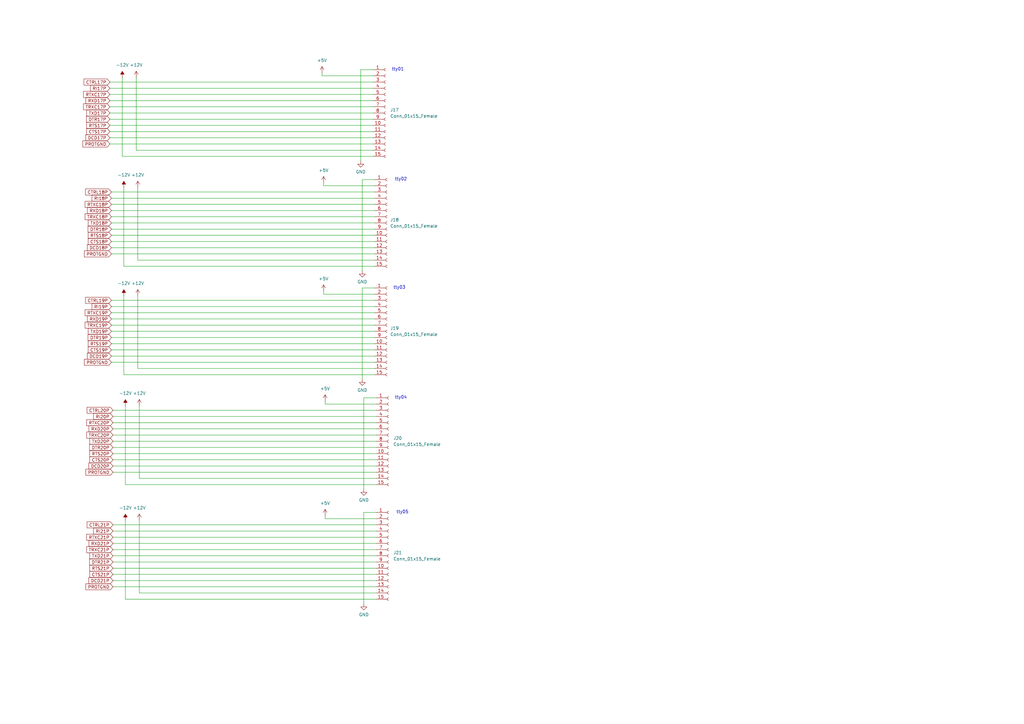
<source format=kicad_sch>
(kicad_sch (version 20211123) (generator eeschema)
  (paper "A3")
  (lib_symbols
    (symbol "Connector:Conn_01x15_Female" (pin_names (offset 1.016) hide)
      (property "Reference" "J" (at 0 20.32 0))
      (property "Value" "Conn_01x15_Female" (at 0 -20.32 0))
      (symbol "Conn_01x15_Female_1_1"
        (arc (start 0 -17.272) (mid -0.508 -17.78) (end 0 -18.288) (stroke (width 0.1524)))
        (arc (start 0 -14.732) (mid -0.508 -15.24) (end 0 -15.748) (stroke (width 0.1524)))
        (arc (start 0 -12.192) (mid -0.508 -12.7) (end 0 -13.208) (stroke (width 0.1524)))
        (arc (start 0 -9.652) (mid -0.508 -10.16) (end 0 -10.668) (stroke (width 0.1524)))
        (arc (start 0 -7.112) (mid -0.508 -7.62) (end 0 -8.128) (stroke (width 0.1524)))
        (arc (start 0 -4.572) (mid -0.508 -5.08) (end 0 -5.588) (stroke (width 0.1524)))
        (arc (start 0 -2.032) (mid -0.508 -2.54) (end 0 -3.048) (stroke (width 0.1524)))
        (polyline (pts (xy -1.27 -17.78) (xy -0.508 -17.78)) (stroke (width 0.1524)))
        (polyline (pts (xy -1.27 -15.24) (xy -0.508 -15.24)) (stroke (width 0.1524)))
        (polyline (pts (xy -1.27 -12.7) (xy -0.508 -12.7)) (stroke (width 0.1524)))
        (polyline (pts (xy -1.27 -10.16) (xy -0.508 -10.16)) (stroke (width 0.1524)))
        (polyline (pts (xy -1.27 -7.62) (xy -0.508 -7.62)) (stroke (width 0.1524)))
        (polyline (pts (xy -1.27 -5.08) (xy -0.508 -5.08)) (stroke (width 0.1524)))
        (polyline (pts (xy -1.27 -2.54) (xy -0.508 -2.54)) (stroke (width 0.1524)))
        (polyline (pts (xy -1.27 0) (xy -0.508 0)) (stroke (width 0.1524)))
        (polyline (pts (xy -1.27 2.54) (xy -0.508 2.54)) (stroke (width 0.1524)))
        (polyline (pts (xy -1.27 5.08) (xy -0.508 5.08)) (stroke (width 0.1524)))
        (polyline (pts (xy -1.27 7.62) (xy -0.508 7.62)) (stroke (width 0.1524)))
        (polyline (pts (xy -1.27 10.16) (xy -0.508 10.16)) (stroke (width 0.1524)))
        (polyline (pts (xy -1.27 12.7) (xy -0.508 12.7)) (stroke (width 0.1524)))
        (polyline (pts (xy -1.27 15.24) (xy -0.508 15.24)) (stroke (width 0.1524)))
        (polyline (pts (xy -1.27 17.78) (xy -0.508 17.78)) (stroke (width 0.1524)))
        (arc (start 0 0.508) (mid -0.508 0) (end 0 -0.508) (stroke (width 0.1524)))
        (arc (start 0 3.048) (mid -0.508 2.54) (end 0 2.032) (stroke (width 0.1524)))
        (arc (start 0 5.588) (mid -0.508 5.08) (end 0 4.572) (stroke (width 0.1524)))
        (arc (start 0 8.128) (mid -0.508 7.62) (end 0 7.112) (stroke (width 0.1524)))
        (arc (start 0 10.668) (mid -0.508 10.16) (end 0 9.652) (stroke (width 0.1524)))
        (arc (start 0 13.208) (mid -0.508 12.7) (end 0 12.192) (stroke (width 0.1524)))
        (arc (start 0 15.748) (mid -0.508 15.24) (end 0 14.732) (stroke (width 0.1524)))
        (arc (start 0 18.288) (mid -0.508 17.78) (end 0 17.272) (stroke (width 0.1524)))
        (pin passive line (at -5.08 17.78 0) (length 3.81) (name "Pin_1") (number "1"))
        (pin passive line (at -5.08 -5.08 0) (length 3.81) (name "Pin_10") (number "10"))
        (pin passive line (at -5.08 -7.62 0) (length 3.81) (name "Pin_11") (number "11"))
        (pin passive line (at -5.08 -10.16 0) (length 3.81) (name "Pin_12") (number "12"))
        (pin passive line (at -5.08 -12.7 0) (length 3.81) (name "Pin_13") (number "13"))
        (pin passive line (at -5.08 -15.24 0) (length 3.81) (name "Pin_14") (number "14"))
        (pin passive line (at -5.08 -17.78 0) (length 3.81) (name "Pin_15") (number "15"))
        (pin passive line (at -5.08 15.24 0) (length 3.81) (name "Pin_2") (number "2"))
        (pin passive line (at -5.08 12.7 0) (length 3.81) (name "Pin_3") (number "3"))
        (pin passive line (at -5.08 10.16 0) (length 3.81) (name "Pin_4") (number "4"))
        (pin passive line (at -5.08 7.62 0) (length 3.81) (name "Pin_5") (number "5"))
        (pin passive line (at -5.08 5.08 0) (length 3.81) (name "Pin_6") (number "6"))
        (pin passive line (at -5.08 2.54 0) (length 3.81) (name "Pin_7") (number "7"))
        (pin passive line (at -5.08 0 0) (length 3.81) (name "Pin_8") (number "8"))
        (pin passive line (at -5.08 -2.54 0) (length 3.81) (name "Pin_9") (number "9"))
      )
    )
    (symbol "power:+12V" (power) (pin_names (offset 0))
      (property "Value" "+12V" (at 0 3.556 0))
      (symbol "+12V_0_1"
        (polyline (pts (xy -0.762 1.27) (xy 0 2.54)))
        (polyline (pts (xy 0 0) (xy 0 2.54)))
        (polyline (pts (xy 0 2.54) (xy 0.762 1.27)))
      )
      (symbol "+12V_1_1"
        (pin power_in line (at 0 0 90) (length 0) hide (name "+12V") (number "1"))
      )
    )
    (symbol "power:+5V" (power) (pin_names (offset 0))
      (property "Value" "+5V" (at 0 3.556 0))
      (symbol "+5V_0_1"
        (polyline (pts (xy -0.762 1.27) (xy 0 2.54)))
        (polyline (pts (xy 0 0) (xy 0 2.54)))
        (polyline (pts (xy 0 2.54) (xy 0.762 1.27)))
      )
      (symbol "+5V_1_1"
        (pin power_in line (at 0 0 90) (length 0) hide (name "+5V") (number "1"))
      )
    )
    (symbol "power:-12V" (power) (pin_names (offset 0))
      (property "Value" "-12V" (at 0 3.81 0))
      (symbol "-12V_0_0"
        (pin power_in line (at 0 0 90) (length 0) hide (name "-12V") (number "1"))
      )
      (symbol "-12V_0_1"
        (polyline (pts (xy 0 0) (xy 0 1.27) (xy 0.762 1.27) (xy 0 2.54) (xy -0.762 1.27) (xy 0 1.27)) (fill (type outline)))
      )
    )
    (symbol "power:GND" (power) (pin_names (offset 0))
      (property "Value" "GND" (at 0 -3.81 0))
      (symbol "GND_0_1"
        (polyline (pts (xy 0 0) (xy 0 -1.27) (xy 1.27 -1.27) (xy 0 -2.54) (xy -1.27 -1.27) (xy 0 -1.27)))
      )
      (symbol "GND_1_1"
        (pin power_in line (at 0 0 270) (length 0) hide (name "GND") (number "1"))
      )
    )
  )
  (wire (pts (xy 154.305 163.195) (xy 149.225 163.195)))
  (wire (pts (xy 132.715 74.93) (xy 132.715 76.2)))
  (wire (pts (xy 45.085 53.975) (xy 153.035 53.975)))
  (wire (pts (xy 50.8 109.22) (xy 153.67 109.22)))
  (wire (pts (xy 55.88 31.75) (xy 55.88 61.595)))
  (wire (pts (xy 149.225 210.185) (xy 149.225 247.65)))
  (wire (pts (xy 148.59 73.66) (xy 148.59 111.125)))
  (wire (pts (xy 46.355 217.805) (xy 154.305 217.805)))
  (wire (pts (xy 46.355 173.355) (xy 154.305 173.355)))
  (wire (pts (xy 147.955 28.575) (xy 147.955 66.04)))
  (wire (pts (xy 51.435 166.37) (xy 51.435 198.755)))
  (wire (pts (xy 46.355 180.975) (xy 154.305 180.975)))
  (wire (pts (xy 46.355 225.425) (xy 154.305 225.425)))
  (wire (pts (xy 57.15 213.36) (xy 57.15 243.205)))
  (wire (pts (xy 45.72 88.9) (xy 153.67 88.9)))
  (wire (pts (xy 45.085 41.275) (xy 153.035 41.275)))
  (wire (pts (xy 45.085 36.195) (xy 153.035 36.195)))
  (wire (pts (xy 45.72 104.14) (xy 153.67 104.14)))
  (wire (pts (xy 45.72 130.81) (xy 153.67 130.81)))
  (wire (pts (xy 45.72 140.97) (xy 153.67 140.97)))
  (wire (pts (xy 45.72 86.36) (xy 153.67 86.36)))
  (wire (pts (xy 46.355 178.435) (xy 154.305 178.435)))
  (wire (pts (xy 50.8 121.285) (xy 50.8 153.67)))
  (wire (pts (xy 153.035 28.575) (xy 147.955 28.575)))
  (wire (pts (xy 133.35 165.735) (xy 154.305 165.735)))
  (wire (pts (xy 45.72 133.35) (xy 153.67 133.35)))
  (wire (pts (xy 45.72 83.82) (xy 153.67 83.82)))
  (wire (pts (xy 45.72 91.44) (xy 153.67 91.44)))
  (wire (pts (xy 45.085 59.055) (xy 153.035 59.055)))
  (wire (pts (xy 46.355 227.965) (xy 154.305 227.965)))
  (wire (pts (xy 149.225 210.185) (xy 154.305 210.185)))
  (wire (pts (xy 57.15 196.215) (xy 154.305 196.215)))
  (wire (pts (xy 132.715 120.65) (xy 153.67 120.65)))
  (wire (pts (xy 55.88 61.595) (xy 153.035 61.595)))
  (wire (pts (xy 45.085 33.655) (xy 153.035 33.655)))
  (wire (pts (xy 56.515 121.285) (xy 56.515 151.13)))
  (wire (pts (xy 45.085 48.895) (xy 153.035 48.895)))
  (wire (pts (xy 45.085 56.515) (xy 153.035 56.515)))
  (wire (pts (xy 50.165 31.75) (xy 50.165 64.135)))
  (wire (pts (xy 51.435 198.755) (xy 154.305 198.755)))
  (wire (pts (xy 46.355 238.125) (xy 154.305 238.125)))
  (wire (pts (xy 133.35 211.455) (xy 133.35 212.725)))
  (wire (pts (xy 45.72 123.19) (xy 153.67 123.19)))
  (wire (pts (xy 46.355 240.665) (xy 154.305 240.665)))
  (wire (pts (xy 45.72 96.52) (xy 153.67 96.52)))
  (wire (pts (xy 133.35 164.465) (xy 133.35 165.735)))
  (wire (pts (xy 46.355 215.265) (xy 154.305 215.265)))
  (wire (pts (xy 46.355 193.675) (xy 154.305 193.675)))
  (wire (pts (xy 57.15 243.205) (xy 154.305 243.205)))
  (wire (pts (xy 45.72 125.73) (xy 153.67 125.73)))
  (wire (pts (xy 45.085 38.735) (xy 153.035 38.735)))
  (wire (pts (xy 153.67 118.11) (xy 148.59 118.11)))
  (wire (pts (xy 46.355 222.885) (xy 154.305 222.885)))
  (wire (pts (xy 132.08 31.115) (xy 153.035 31.115)))
  (wire (pts (xy 46.355 233.045) (xy 154.305 233.045)))
  (wire (pts (xy 45.72 93.98) (xy 153.67 93.98)))
  (wire (pts (xy 45.72 101.6) (xy 153.67 101.6)))
  (wire (pts (xy 45.72 143.51) (xy 153.67 143.51)))
  (wire (pts (xy 45.085 46.355) (xy 153.035 46.355)))
  (wire (pts (xy 132.715 119.38) (xy 132.715 120.65)))
  (wire (pts (xy 50.8 76.835) (xy 50.8 109.22)))
  (wire (pts (xy 46.355 235.585) (xy 154.305 235.585)))
  (wire (pts (xy 46.355 175.895) (xy 154.305 175.895)))
  (wire (pts (xy 46.355 170.815) (xy 154.305 170.815)))
  (wire (pts (xy 45.085 51.435) (xy 153.035 51.435)))
  (wire (pts (xy 149.225 163.195) (xy 149.225 200.66)))
  (wire (pts (xy 51.435 245.745) (xy 154.305 245.745)))
  (wire (pts (xy 132.715 76.2) (xy 153.67 76.2)))
  (wire (pts (xy 51.435 213.36) (xy 51.435 245.745)))
  (wire (pts (xy 46.355 220.345) (xy 154.305 220.345)))
  (wire (pts (xy 153.67 73.66) (xy 148.59 73.66)))
  (wire (pts (xy 46.355 186.055) (xy 154.305 186.055)))
  (wire (pts (xy 56.515 76.835) (xy 56.515 106.68)))
  (wire (pts (xy 133.35 212.725) (xy 154.305 212.725)))
  (wire (pts (xy 46.355 191.135) (xy 154.305 191.135)))
  (wire (pts (xy 46.355 168.275) (xy 154.305 168.275)))
  (wire (pts (xy 45.72 138.43) (xy 153.67 138.43)))
  (wire (pts (xy 45.72 135.89) (xy 153.67 135.89)))
  (wire (pts (xy 50.165 64.135) (xy 153.035 64.135)))
  (wire (pts (xy 45.72 99.06) (xy 153.67 99.06)))
  (wire (pts (xy 132.08 29.845) (xy 132.08 31.115)))
  (wire (pts (xy 45.72 128.27) (xy 153.67 128.27)))
  (wire (pts (xy 46.355 230.505) (xy 154.305 230.505)))
  (wire (pts (xy 57.15 166.37) (xy 57.15 196.215)))
  (wire (pts (xy 45.72 81.28) (xy 153.67 81.28)))
  (wire (pts (xy 50.8 153.67) (xy 153.67 153.67)))
  (wire (pts (xy 45.72 78.74) (xy 153.67 78.74)))
  (wire (pts (xy 56.515 106.68) (xy 153.67 106.68)))
  (wire (pts (xy 45.085 43.815) (xy 153.035 43.815)))
  (wire (pts (xy 46.355 183.515) (xy 154.305 183.515)))
  (wire (pts (xy 56.515 151.13) (xy 153.67 151.13)))
  (wire (pts (xy 45.72 148.59) (xy 153.67 148.59)))
  (wire (pts (xy 45.72 146.05) (xy 153.67 146.05)))
  (wire (pts (xy 148.59 118.11) (xy 148.59 155.575)))
  (wire (pts (xy 46.355 188.595) (xy 154.305 188.595)))
  (text "tty04" (at 161.925 163.83 0) (effects (font (size 1.27 1.27)) (justify left bottom)))
  (text "tty01" (at 160.655 29.21 0) (effects (font (size 1.27 1.27)) (justify left bottom)))
  (text "tty05" (at 162.56 210.82 0) (effects (font (size 1.27 1.27)) (justify left bottom)))
  (text "tty02\n" (at 161.925 74.295 0) (effects (font (size 1.27 1.27)) (justify left bottom)))
  (text "tty03\n" (at 161.29 118.745 0) (effects (font (size 1.27 1.27)) (justify left bottom)))
  (global_label "DCD17P" (shape input) (at 45.085 56.515 180) (property "Intersheet References" "${INTERSHEET_REFS}" (effects hide)))
  (global_label "RI21P" (shape input) (at 46.355 217.805 180) (property "Intersheet References" "${INTERSHEET_REFS}" (effects hide)))
  (global_label "RXD21P" (shape input) (at 46.355 222.885 180) (property "Intersheet References" "${INTERSHEET_REFS}" (effects hide)))
  (global_label "RI17P" (shape input) (at 45.085 36.195 180) (property "Intersheet References" "${INTERSHEET_REFS}" (effects hide)))
  (global_label "RTXC17P" (shape input) (at 45.085 38.735 180) (property "Intersheet References" "${INTERSHEET_REFS}" (effects hide)))
  (global_label "DTR21P" (shape input) (at 46.355 230.505 180) (property "Intersheet References" "${INTERSHEET_REFS}" (effects hide)))
  (global_label "RXD20P" (shape input) (at 46.355 175.895 180) (property "Intersheet References" "${INTERSHEET_REFS}" (effects hide)))
  (global_label "RXD18P" (shape input) (at 45.72 86.36 180) (property "Intersheet References" "${INTERSHEET_REFS}" (effects hide)))
  (global_label "DTR18P" (shape input) (at 45.72 93.98 180) (property "Intersheet References" "${INTERSHEET_REFS}" (effects hide)))
  (global_label "RI18P" (shape input) (at 45.72 81.28 180) (property "Intersheet References" "${INTERSHEET_REFS}" (effects hide)))
  (global_label "CTRL21P" (shape input) (at 46.355 215.265 180) (property "Intersheet References" "${INTERSHEET_REFS}" (effects hide)))
  (global_label "DCD20P" (shape input) (at 46.355 191.135 180) (property "Intersheet References" "${INTERSHEET_REFS}" (effects hide)))
  (global_label "RXD17P" (shape input) (at 45.085 41.275 180) (property "Intersheet References" "${INTERSHEET_REFS}" (effects hide)))
  (global_label "DTR17P" (shape input) (at 45.085 48.895 180) (property "Intersheet References" "${INTERSHEET_REFS}" (effects hide)))
  (global_label "RI20P" (shape input) (at 46.355 170.815 180) (property "Intersheet References" "${INTERSHEET_REFS}" (effects hide)))
  (global_label "PROTGND" (shape input) (at 45.72 148.59 180) (property "Intersheet References" "${INTERSHEET_REFS}" (effects hide)))
  (global_label "RTS21P" (shape input) (at 46.355 233.045 180) (property "Intersheet References" "${INTERSHEET_REFS}" (effects hide)))
  (global_label "PROTGND" (shape input) (at 46.355 193.675 180) (property "Intersheet References" "${INTERSHEET_REFS}" (effects hide)))
  (global_label "TXD17P" (shape input) (at 45.085 46.355 180) (property "Intersheet References" "${INTERSHEET_REFS}" (effects hide)))
  (global_label "TRXC19P" (shape input) (at 45.72 133.35 180) (property "Intersheet References" "${INTERSHEET_REFS}" (effects hide)))
  (global_label "PROTGND" (shape input) (at 45.085 59.055 180) (property "Intersheet References" "${INTERSHEET_REFS}" (effects hide)))
  (global_label "RTXC20P" (shape input) (at 46.355 173.355 180) (property "Intersheet References" "${INTERSHEET_REFS}" (effects hide)))
  (global_label "TXD20P" (shape input) (at 46.355 180.975 180) (property "Intersheet References" "${INTERSHEET_REFS}" (effects hide)))
  (global_label "DCD19P" (shape input) (at 45.72 146.05 180) (property "Intersheet References" "${INTERSHEET_REFS}" (effects hide)))
  (global_label "CTRL20P" (shape input) (at 46.355 168.275 180) (property "Intersheet References" "${INTERSHEET_REFS}" (effects hide)))
  (global_label "RTXC18P" (shape input) (at 45.72 83.82 180) (property "Intersheet References" "${INTERSHEET_REFS}" (effects hide)))
  (global_label "TXD21P" (shape input) (at 46.355 227.965 180) (property "Intersheet References" "${INTERSHEET_REFS}" (effects hide)))
  (global_label "CTRL19P" (shape input) (at 45.72 123.19 180) (property "Intersheet References" "${INTERSHEET_REFS}" (effects hide)))
  (global_label "TRXC20P" (shape input) (at 46.355 178.435 180) (property "Intersheet References" "${INTERSHEET_REFS}" (effects hide)))
  (global_label "RTS18P" (shape input) (at 45.72 96.52 180) (property "Intersheet References" "${INTERSHEET_REFS}" (effects hide)))
  (global_label "RI19P" (shape input) (at 45.72 125.73 180) (property "Intersheet References" "${INTERSHEET_REFS}" (effects hide)))
  (global_label "DCD18P" (shape input) (at 45.72 101.6 180) (property "Intersheet References" "${INTERSHEET_REFS}" (effects hide)))
  (global_label "CTS19P" (shape input) (at 45.72 143.51 180) (property "Intersheet References" "${INTERSHEET_REFS}" (effects hide)))
  (global_label "RTS19P" (shape input) (at 45.72 140.97 180) (property "Intersheet References" "${INTERSHEET_REFS}" (effects hide)))
  (global_label "CTRL17P" (shape input) (at 45.085 33.655 180) (property "Intersheet References" "${INTERSHEET_REFS}" (effects hide)))
  (global_label "PROTGND" (shape input) (at 45.72 104.14 180) (property "Intersheet References" "${INTERSHEET_REFS}" (effects hide)))
  (global_label "RTXC19P" (shape input) (at 45.72 128.27 180) (property "Intersheet References" "${INTERSHEET_REFS}" (effects hide)))
  (global_label "RTS17P" (shape input) (at 45.085 51.435 180) (property "Intersheet References" "${INTERSHEET_REFS}" (effects hide)))
  (global_label "CTRL18P" (shape input) (at 45.72 78.74 180) (property "Intersheet References" "${INTERSHEET_REFS}" (effects hide)))
  (global_label "TRXC21P" (shape input) (at 46.355 225.425 180) (property "Intersheet References" "${INTERSHEET_REFS}" (effects hide)))
  (global_label "TXD18P" (shape input) (at 45.72 91.44 180) (property "Intersheet References" "${INTERSHEET_REFS}" (effects hide)))
  (global_label "CTS21P" (shape input) (at 46.355 235.585 180) (property "Intersheet References" "${INTERSHEET_REFS}" (effects hide)))
  (global_label "DCD21P" (shape input) (at 46.355 238.125 180) (property "Intersheet References" "${INTERSHEET_REFS}" (effects hide)))
  (global_label "RTXC21P" (shape input) (at 46.355 220.345 180) (property "Intersheet References" "${INTERSHEET_REFS}" (effects hide)))
  (global_label "RTS20P" (shape input) (at 46.355 186.055 180) (property "Intersheet References" "${INTERSHEET_REFS}" (effects hide)))
  (global_label "DTR20P" (shape input) (at 46.355 183.515 180) (property "Intersheet References" "${INTERSHEET_REFS}" (effects hide)))
  (global_label "CTS20P" (shape input) (at 46.355 188.595 180) (property "Intersheet References" "${INTERSHEET_REFS}" (effects hide)))
  (global_label "PROTGND" (shape input) (at 46.355 240.665 180) (property "Intersheet References" "${INTERSHEET_REFS}" (effects hide)))
  (global_label "CTS18P" (shape input) (at 45.72 99.06 180) (property "Intersheet References" "${INTERSHEET_REFS}" (effects hide)))
  (global_label "DTR19P" (shape input) (at 45.72 138.43 180) (property "Intersheet References" "${INTERSHEET_REFS}" (effects hide)))
  (global_label "CTS17P" (shape input) (at 45.085 53.975 180) (property "Intersheet References" "${INTERSHEET_REFS}" (effects hide)))
  (global_label "RXD19P" (shape input) (at 45.72 130.81 180) (property "Intersheet References" "${INTERSHEET_REFS}" (effects hide)))
  (global_label "TRXC18P" (shape input) (at 45.72 88.9 180) (property "Intersheet References" "${INTERSHEET_REFS}" (effects hide)))
  (global_label "TXD19P" (shape input) (at 45.72 135.89 180) (property "Intersheet References" "${INTERSHEET_REFS}" (effects hide)))
  (global_label "TRXC17P" (shape input) (at 45.085 43.815 180) (property "Intersheet References" "${INTERSHEET_REFS}" (effects hide)))
  (symbol (lib_id "power:+5V") (at 133.35 164.465 0) (unit 1)
    (property "Reference" "#PWR052" (effects hide))
    (property "Value" "+5V" (at 133.35 159.385 0))
  )
  (symbol (lib_id "Connector:Conn_01x15_Female") (at 158.75 135.89 0) (unit 1)
    (property "Reference" "J19" (at 160.02 134.6199 0) (effects (justify left)))
    (property "Value" "Conn_01x15_Female" (at 160.02 137.1599 0) (effects (justify left)))
  )
  (symbol (lib_id "power:+12V") (at 55.88 31.75 0) (unit 1)
    (property "Reference" "#PWR044" (effects hide))
    (property "Value" "+12V" (at 55.88 26.67 0))
  )
  (symbol (lib_id "Connector:Conn_01x15_Female") (at 159.385 227.965 0) (unit 1)
    (property "Reference" "J21" (at 161.29 226.6949 0) (effects (justify left)))
    (property "Value" "Conn_01x15_Female" (at 161.29 229.2349 0) (effects (justify left)))
  )
  (symbol (lib_id "Connector:Conn_01x15_Female") (at 158.115 46.355 0) (unit 1)
    (property "Reference" "J17" (at 160.02 45.0849 0) (effects (justify left)))
    (property "Value" "Conn_01x15_Female" (at 160.02 47.6249 0) (effects (justify left)))
  )
  (symbol (lib_id "power:+5V") (at 132.715 74.93 0) (unit 1)
    (property "Reference" "#PWR050" (effects hide))
    (property "Value" "+5V" (at 132.715 69.85 0))
  )
  (symbol (lib_id "power:GND") (at 149.225 200.66 0) (unit 1)
    (property "Reference" "#PWR057" (effects hide))
    (property "Value" "GND" (at 149.225 205.105 0))
  )
  (symbol (lib_id "power:+12V") (at 56.515 121.285 0) (unit 1)
    (property "Reference" "#PWR046" (effects hide))
    (property "Value" "+12V" (at 56.515 116.205 0))
  )
  (symbol (lib_id "power:GND") (at 148.59 155.575 0) (unit 1)
    (property "Reference" "#PWR056" (effects hide))
    (property "Value" "GND" (at 148.59 160.02 0))
  )
  (symbol (lib_id "power:GND") (at 149.225 247.65 0) (unit 1)
    (property "Reference" "#PWR058" (effects hide))
    (property "Value" "GND" (at 149.225 252.095 0))
  )
  (symbol (lib_id "Connector:Conn_01x15_Female") (at 158.75 91.44 0) (unit 1)
    (property "Reference" "J18" (at 160.02 90.1699 0) (effects (justify left)))
    (property "Value" "Conn_01x15_Female" (at 160.02 92.7099 0) (effects (justify left)))
  )
  (symbol (lib_id "power:GND") (at 147.955 66.04 0) (unit 1)
    (property "Reference" "#PWR054" (effects hide))
    (property "Value" "GND" (at 147.955 70.485 0))
  )
  (symbol (lib_id "power:+12V") (at 57.15 213.36 0) (unit 1)
    (property "Reference" "#PWR048" (effects hide))
    (property "Value" "+12V" (at 57.15 208.28 0))
  )
  (symbol (lib_id "power:-12V") (at 50.8 121.285 0) (unit 1)
    (property "Reference" "#PWR041" (effects hide))
    (property "Value" "-12V" (at 50.8 116.205 0))
  )
  (symbol (lib_id "Connector:Conn_01x15_Female") (at 159.385 180.975 0) (unit 1)
    (property "Reference" "J20" (at 161.29 179.7049 0) (effects (justify left)))
    (property "Value" "Conn_01x15_Female" (at 161.29 182.2449 0) (effects (justify left)))
  )
  (symbol (lib_id "power:-12V") (at 50.8 76.835 0) (unit 1)
    (property "Reference" "#PWR040" (effects hide))
    (property "Value" "-12V" (at 50.8 71.755 0))
  )
  (symbol (lib_id "power:+5V") (at 132.715 119.38 0) (unit 1)
    (property "Reference" "#PWR051" (effects hide))
    (property "Value" "+5V" (at 132.715 114.3 0))
  )
  (symbol (lib_id "power:+12V") (at 57.15 166.37 0) (unit 1)
    (property "Reference" "#PWR047" (effects hide))
    (property "Value" "+12V" (at 57.15 161.29 0))
  )
  (symbol (lib_id "power:GND") (at 148.59 111.125 0) (unit 1)
    (property "Reference" "#PWR055" (effects hide))
    (property "Value" "GND" (at 148.59 115.57 0))
  )
  (symbol (lib_id "power:-12V") (at 51.435 166.37 0) (unit 1)
    (property "Reference" "#PWR042" (effects hide))
    (property "Value" "-12V" (at 51.435 161.29 0))
  )
  (symbol (lib_id "power:+5V") (at 132.08 29.845 0) (unit 1)
    (property "Reference" "#PWR049" (effects hide))
    (property "Value" "+5V" (at 132.08 24.765 0))
  )
  (symbol (lib_id "power:-12V") (at 51.435 213.36 0) (unit 1)
    (property "Reference" "#PWR043" (effects hide))
    (property "Value" "-12V" (at 51.435 208.28 0))
  )
  (symbol (lib_id "power:+5V") (at 133.35 211.455 0) (unit 1)
    (property "Reference" "#PWR053" (effects hide))
    (property "Value" "+5V" (at 133.35 206.375 0))
  )
  (symbol (lib_id "power:-12V") (at 50.165 31.75 0) (unit 1)
    (property "Reference" "#PWR039" (effects hide))
    (property "Value" "-12V" (at 50.165 26.67 0))
  )
  (symbol (lib_id "power:+12V") (at 56.515 76.835 0) (unit 1)
    (property "Reference" "#PWR045" (effects hide))
    (property "Value" "+12V" (at 56.515 71.755 0))
  )
)
</source>
